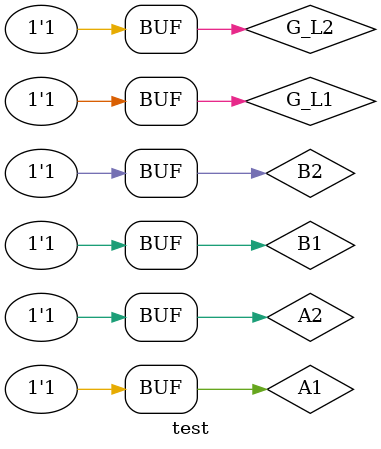
<source format=v>
`timescale 1ns / 1ps


module test;

	// Inputs
	reg G_L1;
	reg G_L2;
	reg A1;
	reg A2;
	reg B1;
	reg B2;

	// Outputs
	wire [3:0] Y_L1;
	wire [3:0] Y_L2;

	// Instantiate the Unit Under Test (UUT)
	v74x139 uut (
		.G_L1(G_L1), 
		.G_L2(G_L2), 
		.A1(A1), 
		.A2(A2), 
		.B1(B1), 
		.B2(B2), 
		.Y_L1(Y_L1), 
		.Y_L2(Y_L2)
	);

	initial begin
		// Initialize Inputs
		G_L1 = 0;
		G_L2 = 0;
		A1 = 0;
		A2 = 0;
		B1 = 0;
		B2 = 0;

		// Wait 100 ns for global reset to finish

        
		// Add stimulus here
		G_L1 = 0;
		G_L2 = 0;
		A1 = 0;
		A2 = 0;
		B1 = 0;
		B2 = 0;
		#20;
		G_L1 = 0;
		G_L2 = 0;
		A1 = 0;
		A2 = 0;
		B1 = 0;
		B2 = 1;
		#20;
		G_L1 = 0;
		G_L2 = 0;
		A1 = 0;
		A2 = 0;
		B1 = 1;
		B2 = 0;
		#20;
		G_L1 = 0;
		G_L2 = 0;
		A1 = 0;
		A2 = 0;
		B1 = 1;
		B2 = 1;
		#20;
		G_L1 = 0;
		G_L2 = 0;
		A1 = 0;
		A2 = 1;
		B1 = 0;
		B2 = 0;
		#20;
		G_L1 = 0;
		G_L2 = 0;
		A1 = 0;
		A2 = 1;
		B1 = 0;
		B2 = 1;
		#20;
		G_L1 = 0;
		G_L2 = 0;
		A1 = 0;
		A2 = 1;
		B1 = 1;
		B2 = 0;
		#20;
		G_L1 = 0;
		G_L2 = 0;
		A1 = 0;
		A2 = 1;
		B1 = 1;
		B2 = 1;
		#20;
		G_L1 = 0;
		G_L2 = 0;
		A1 = 1;
		A2 = 0;
		B1 = 0;
		B2 = 0;
		#20;
		G_L1 = 0;
		G_L2 = 0;
		A1 = 1;
		A2 = 0;
		B1 = 0;
		B2 = 1;
		#20;
		G_L1 = 0;
		G_L2 = 0;
		A1 = 1;
		A2 = 0;
		B1 = 1;
		B2 = 0;
		#20;
		G_L1 = 0;
		G_L2 = 0;
		A1 = 1;
		A2 = 0;
		B1 = 1;
		B2 = 1;
		#20;
		G_L1 = 0;
		G_L2 = 0;
		A1 = 1;
		A2 = 1;
		B1 = 0;
		B2 = 0;
		#20;
		G_L1 = 0;
		G_L2 = 0;
		A1 = 1;
		A2 = 1;
		B1 = 0;
		B2 = 1;
		#20;
		G_L1 = 0;
		G_L2 = 0;
		A1 = 1;
		A2 = 1;
		B1 = 1;
		B2 = 0;
		#20;
		G_L1 = 0;
		G_L2 = 0;
		A1 = 1;
		A2 = 1;
		B1 = 1;
		B2 = 1;
		#20;
		G_L1 = 0;
		G_L2 = 1;
		A1 = 0;
		A2 = 0;
		B1 = 0;
		B2 = 0;
		#20;
		G_L1 = 0;
		G_L2 = 1;
		A1 = 0;
		A2 = 0;
		B1 = 0;
		B2 = 1;
		#20;
		G_L1 = 0;
		G_L2 = 1;
		A1 = 0;
		A2 = 0;
		B1 = 1;
		B2 = 0;
		#20;
		G_L1 = 0;
		G_L2 = 1;
		A1 = 0;
		A2 = 0;
		B1 = 1;
		B2 = 1;
		#20;
		G_L1 = 0;
		G_L2 = 1;
		A1 = 0;
		A2 = 1;
		B1 = 0;
		B2 = 0;
		#20;
		G_L1 = 0;
		G_L2 = 1;
		A1 = 0;
		A2 = 1;
		B1 = 0;
		B2 = 1;
		#20;
		G_L1 = 0;
		G_L2 = 1;
		A1 = 0;
		A2 = 1;
		B1 = 1;
		B2 = 0;
		#20;
		G_L1 = 0;
		G_L2 = 1;
		A1 = 0;
		A2 = 1;
		B1 = 1;
		B2 = 1;
		#20;
		G_L1 = 0;
		G_L2 = 1;
		A1 = 1;
		A2 = 0;
		B1 = 0;
		B2 = 0;
		#20;
		G_L1 = 0;
		G_L2 = 1;
		A1 = 1;
		A2 = 0;
		B1 = 0;
		B2 = 1;
		#20;
		G_L1 = 0;
		G_L2 = 1;
		A1 = 1;
		A2 = 0;
		B1 = 1;
		B2 = 0;
		#20;
		G_L1 = 0;
		G_L2 = 1;
		A1 = 1;
		A2 = 0;
		B1 = 1;
		B2 = 1;
		#20;
		G_L1 = 0;
		G_L2 = 1;
		A1 = 1;
		A2 = 1;
		B1 = 0;
		B2 = 0;
		#20;
		G_L1 = 0;
		G_L2 = 1;
		A1 = 1;
		A2 = 1;
		B1 = 0;
		B2 = 1;
		#20;
		G_L1 = 0;
		G_L2 = 1;
		A1 = 1;
		A2 = 1;
		B1 = 1;
		B2 = 0;
		#20;
		G_L1 = 0;
		G_L2 = 1;
		A1 = 1;
		A2 = 1;
		B1 = 1;
		B2 = 1;
		#20;
		G_L1 = 1;
		G_L2 = 0;
		A1 = 0;
		A2 = 0;
		B1 = 0;
		B2 = 0;
		#20;
		G_L1 = 1;
		G_L2 = 0;
		A1 = 0;
		A2 = 0;
		B1 = 0;
		B2 = 1;
		#20;
		G_L1 = 1;
		G_L2 = 0;
		A1 = 0;
		A2 = 0;
		B1 = 1;
		B2 = 0;
		#20;
		G_L1 = 1;
		G_L2 = 0;
		A1 = 0;
		A2 = 0;
		B1 = 1;
		B2 = 1;
		#20;
		G_L1 = 1;
		G_L2 = 0;
		A1 = 0;
		A2 = 1;
		B1 = 0;
		B2 = 0;
		#20;
		G_L1 = 1;
		G_L2 = 0;
		A1 = 0;
		A2 = 1;
		B1 = 0;
		B2 = 1;
		#20;
		G_L1 = 1;
		G_L2 = 0;
		A1 = 0;
		A2 = 1;
		B1 = 1;
		B2 = 0;
		#20;
		G_L1 = 1;
		G_L2 = 0;
		A1 = 0;
		A2 = 1;
		B1 = 1;
		B2 = 1;
		#20;
		G_L1 = 1;
		G_L2 = 0;
		A1 = 1;
		A2 = 0;
		B1 = 0;
		B2 = 0;
		#20;
		G_L1 = 1;
		G_L2 = 0;
		A1 = 1;
		A2 = 0;
		B1 = 0;
		B2 = 1;
		#20;
		G_L1 = 1;
		G_L2 = 0;
		A1 = 1;
		A2 = 0;
		B1 = 1;
		B2 = 0;
		#20;
		G_L1 = 1;
		G_L2 = 0;
		A1 = 1;
		A2 = 0;
		B1 = 1;
		B2 = 1;
		#20;
		G_L1 = 1;
		G_L2 = 0;
		A1 = 1;
		A2 = 1;
		B1 = 0;
		B2 = 0;
		#20;
		G_L1 = 1;
		G_L2 = 0;
		A1 = 1;
		A2 = 1;
		B1 = 0;
		B2 = 1;
		#20;
		G_L1 = 1;
		G_L2 = 0;
		A1 = 1;
		A2 = 1;
		B1 = 1;
		B2 = 0;
		#20;
		G_L1 = 1;
		G_L2 = 0;
		A1 = 1;
		A2 = 1;
		B1 = 1;
		B2 = 1;
		#20;
		G_L1 = 1;
		G_L2 = 1;
		A1 = 0;
		A2 = 0;
		B1 = 0;
		B2 = 0;
		#20;
		G_L1 = 1;
		G_L2 = 1;
		A1 = 0;
		A2 = 0;
		B1 = 0;
		B2 = 1;
		#20;
		G_L1 = 1;
		G_L2 = 1;
		A1 = 0;
		A2 = 0;
		B1 = 1;
		B2 = 0;
		#20;
		G_L1 = 1;
		G_L2 = 1;
		A1 = 0;
		A2 = 0;
		B1 = 1;
		B2 = 1;
		#20;
		G_L1 = 1;
		G_L2 = 1;
		A1 = 0;
		A2 = 1;
		B1 = 0;
		B2 = 0;
		#20;
		G_L1 = 1;
		G_L2 = 1;
		A1 = 0;
		A2 = 1;
		B1 = 0;
		B2 = 1;
		#20;
		G_L1 = 1;
		G_L2 = 1;
		A1 = 0;
		A2 = 1;
		B1 = 1;
		B2 = 0;
		#20;
		G_L1 = 1;
		G_L2 = 1;
		A1 = 0;
		A2 = 1;
		B1 = 1;
		B2 = 1;
		#20;
		G_L1 = 1;
		G_L2 = 1;
		A1 = 1;
		A2 = 0;
		B1 = 0;
		B2 = 0;
		#20;
		G_L1 = 1;
		G_L2 = 1;
		A1 = 1;
		A2 = 0;
		B1 = 0;
		B2 = 1;
		#20;
		G_L1 = 1;
		G_L2 = 1;
		A1 = 1;
		A2 = 0;
		B1 = 1;
		B2 = 0;
		#20;
		G_L1 = 1;
		G_L2 = 1;
		A1 = 1;
		A2 = 0;
		B1 = 1;
		B2 = 1;
		#20;
		G_L1 = 1;
		G_L2 = 1;
		A1 = 1;
		A2 = 1;
		B1 = 0;
		B2 = 0;
		#20;
		G_L1 = 1;
		G_L2 = 1;
		A1 = 1;
		A2 = 1;
		B1 = 0;
		B2 = 1;
		#20;
		G_L1 = 1;
		G_L2 = 1;
		A1 = 1;
		A2 = 1;
		B1 = 1;
		B2 = 0;
		#20;
		G_L1 = 1;
		G_L2 = 1;
		A1 = 1;
		A2 = 1;
		B1 = 1;
		B2 = 1;
		#20;

	end
      
endmodule


</source>
